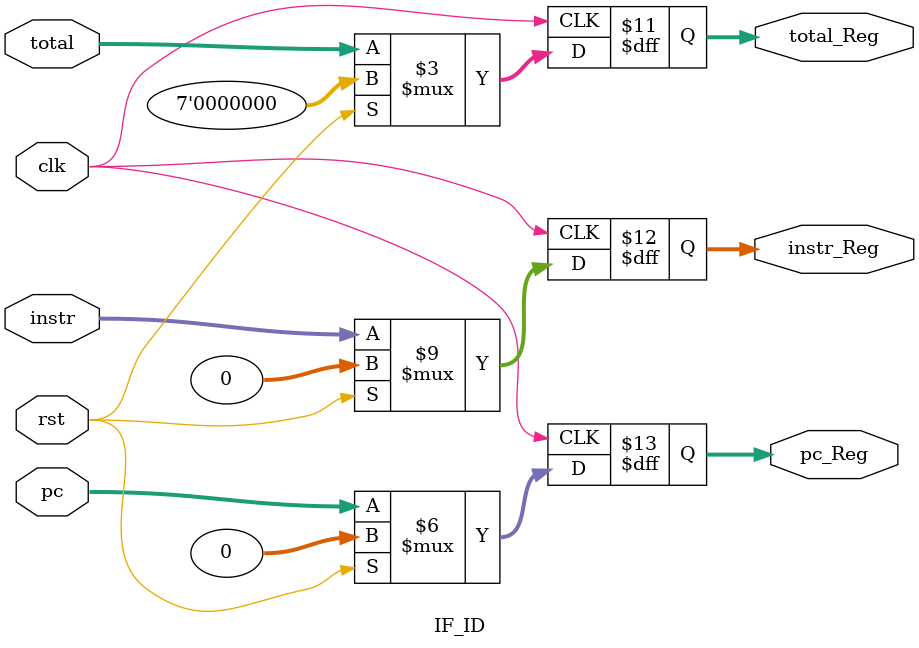
<source format=v>
module IF_ID( clk, rst, pc, instr, total, pc_Reg, instr_Reg, total_Reg );

	input [31:0] pc, instr;
	input clk, rst ;
	input [6:0] total ;
	output reg [6:0] total_Reg ;
	output reg [31:0] instr_Reg, pc_Reg;

	always@( posedge clk )
	begin
		if ( rst )
		begin
			instr_Reg <= 0;
			pc_Reg <= 0;
			total_Reg <= 0;
		end
		else
		begin
			instr_Reg <= instr;
			pc_Reg <= pc;
			total_Reg <= total ;
		end
	end
	
endmodule 

</source>
